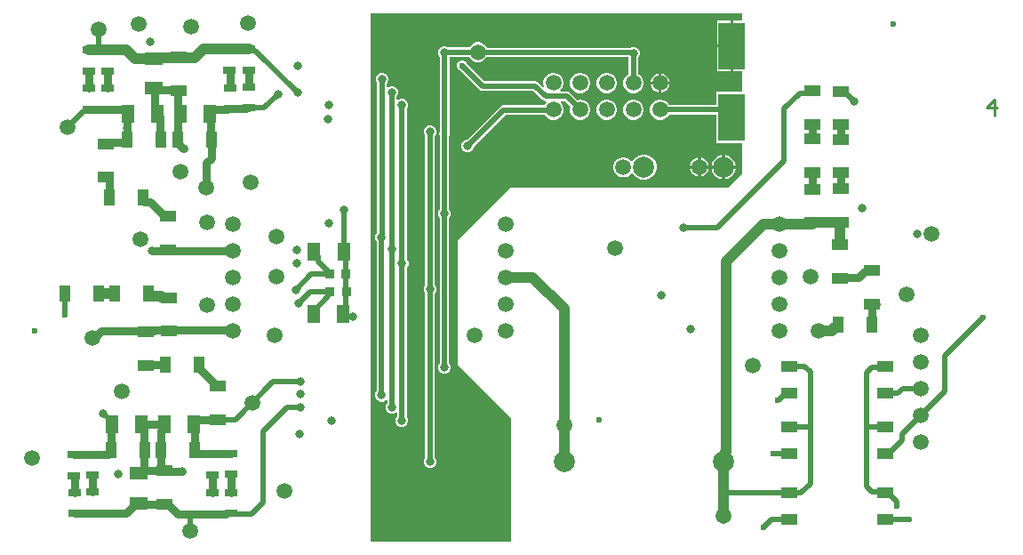
<source format=gbr>
%TF.GenerationSoftware,Altium Limited,Altium Designer,21.6.4 (81)*%
G04 Layer_Physical_Order=4*
G04 Layer_Color=16711680*
%FSLAX43Y43*%
%MOMM*%
%TF.SameCoordinates,F87848A5-9C76-4C60-8026-6C1C3CCCB256*%
%TF.FilePolarity,Positive*%
%TF.FileFunction,Copper,L4,Bot,Signal*%
%TF.Part,Single*%
G01*
G75*
%TA.AperFunction,SMDPad,CuDef*%
%ADD10R,1.300X1.800*%
%ADD11R,1.000X1.600*%
%ADD12R,0.850X0.900*%
%ADD13R,1.600X1.000*%
%ADD15R,2.500X4.450*%
%ADD19R,1.800X1.300*%
%ADD20R,1.250X0.800*%
%TA.AperFunction,Conductor*%
%ADD23C,0.500*%
%ADD24C,0.800*%
%ADD25C,1.000*%
%TA.AperFunction,NonConductor*%
%ADD27C,0.254*%
%TA.AperFunction,ComponentPad*%
%ADD28C,1.500*%
%ADD29C,2.000*%
%TA.AperFunction,ViaPad*%
%ADD30C,0.600*%
%ADD31C,0.800*%
%TA.AperFunction,Conductor*%
%ADD32C,0.980*%
G36*
X70942Y49917D02*
X70152D01*
Y47542D01*
Y45167D01*
X70942D01*
Y43167D01*
X68552D01*
Y41937D01*
X63982D01*
X63920Y42043D01*
X63743Y42220D01*
X63527Y42345D01*
X63285Y42410D01*
X63035D01*
X62793Y42345D01*
X62577Y42220D01*
X62400Y42043D01*
X62275Y41827D01*
X62210Y41585D01*
Y41335D01*
X62275Y41093D01*
X62400Y40877D01*
X62577Y40700D01*
X62793Y40575D01*
X63035Y40510D01*
X63285D01*
X63527Y40575D01*
X63743Y40700D01*
X63920Y40877D01*
X64003Y41019D01*
X68552D01*
Y38317D01*
X70942D01*
Y35366D01*
X69643Y34067D01*
X48976D01*
X43917Y29007D01*
Y17221D01*
X49003Y12135D01*
Y333D01*
X35657D01*
X35567Y423D01*
X35578Y13377D01*
X35610Y13409D01*
Y50667D01*
X70942D01*
Y49917D01*
D02*
G37*
%LPC*%
G36*
X69852D02*
X68602D01*
Y47692D01*
X69852D01*
Y49917D01*
D02*
G37*
G36*
X45921Y47902D02*
X45671D01*
X45430Y47838D01*
X45213Y47713D01*
X45036Y47536D01*
X44950Y47386D01*
X42986D01*
X42961Y47411D01*
X42741Y47503D01*
X42502D01*
X42281Y47411D01*
X42113Y47243D01*
X42021Y47022D01*
Y46783D01*
X42113Y46563D01*
X42175Y46501D01*
Y39339D01*
X42146Y39269D01*
Y39071D01*
X42162Y39031D01*
Y31950D01*
X42112Y31900D01*
X42021Y31680D01*
Y31441D01*
X42112Y31221D01*
X42162Y31171D01*
Y17320D01*
X42127Y17285D01*
X42036Y17065D01*
Y16826D01*
X42127Y16605D01*
X42296Y16437D01*
X42516Y16345D01*
X42755D01*
X42976Y16437D01*
X43144Y16605D01*
X43236Y16826D01*
Y17065D01*
X43144Y17285D01*
X43080Y17350D01*
Y31171D01*
X43130Y31221D01*
X43221Y31441D01*
Y31680D01*
X43130Y31900D01*
X43080Y31950D01*
Y38911D01*
X43146Y39071D01*
Y39269D01*
X43092Y39399D01*
Y46469D01*
X44978D01*
X45036Y46369D01*
X45213Y46192D01*
X45430Y46067D01*
X45671Y46002D01*
X45921D01*
X46163Y46067D01*
X46380Y46192D01*
X46556Y46369D01*
X46601Y46447D01*
X60161D01*
Y44832D01*
X60037Y44760D01*
X59860Y44583D01*
X59735Y44367D01*
X59670Y44125D01*
Y43875D01*
X59735Y43633D01*
X59860Y43417D01*
X60037Y43240D01*
X60253Y43115D01*
X60495Y43050D01*
X60745D01*
X60987Y43115D01*
X61203Y43240D01*
X61380Y43417D01*
X61505Y43633D01*
X61570Y43875D01*
Y44125D01*
X61505Y44367D01*
X61380Y44583D01*
X61203Y44760D01*
X61079Y44832D01*
Y46470D01*
X61129Y46520D01*
X61220Y46740D01*
Y46979D01*
X61129Y47199D01*
X60960Y47368D01*
X60739Y47459D01*
X60501D01*
X60280Y47368D01*
X60277Y47365D01*
X46655D01*
X46556Y47536D01*
X46380Y47713D01*
X46163Y47838D01*
X45921Y47902D01*
D02*
G37*
G36*
X69852Y47392D02*
X68602D01*
Y45167D01*
X69852D01*
Y47392D01*
D02*
G37*
G36*
X63310Y44892D02*
Y44150D01*
X64052D01*
X63999Y44347D01*
X63880Y44553D01*
X63713Y44720D01*
X63507Y44839D01*
X63310Y44892D01*
D02*
G37*
G36*
X63010D02*
X62813Y44839D01*
X62607Y44720D01*
X62440Y44553D01*
X62321Y44347D01*
X62268Y44150D01*
X63010D01*
Y44892D01*
D02*
G37*
G36*
X64052Y43850D02*
X63310D01*
Y43108D01*
X63507Y43161D01*
X63713Y43280D01*
X63880Y43447D01*
X63999Y43653D01*
X64052Y43850D01*
D02*
G37*
G36*
X63010D02*
X62268D01*
X62321Y43653D01*
X62440Y43447D01*
X62607Y43280D01*
X62813Y43161D01*
X63010Y43108D01*
Y43850D01*
D02*
G37*
G36*
X58205Y44950D02*
X57955D01*
X57713Y44885D01*
X57497Y44760D01*
X57320Y44583D01*
X57195Y44367D01*
X57130Y44125D01*
Y43875D01*
X57195Y43633D01*
X57320Y43417D01*
X57497Y43240D01*
X57713Y43115D01*
X57955Y43050D01*
X58205D01*
X58447Y43115D01*
X58663Y43240D01*
X58840Y43417D01*
X58965Y43633D01*
X59030Y43875D01*
Y44125D01*
X58965Y44367D01*
X58840Y44583D01*
X58663Y44760D01*
X58447Y44885D01*
X58205Y44950D01*
D02*
G37*
G36*
X55665D02*
X55415D01*
X55173Y44885D01*
X54957Y44760D01*
X54780Y44583D01*
X54655Y44367D01*
X54590Y44125D01*
Y43875D01*
X54655Y43633D01*
X54780Y43417D01*
X54957Y43240D01*
X55173Y43115D01*
X55415Y43050D01*
X55665D01*
X55907Y43115D01*
X56123Y43240D01*
X56300Y43417D01*
X56425Y43633D01*
X56490Y43875D01*
Y44125D01*
X56425Y44367D01*
X56300Y44583D01*
X56123Y44760D01*
X55907Y44885D01*
X55665Y44950D01*
D02*
G37*
G36*
X60745Y42410D02*
X60495D01*
X60253Y42345D01*
X60037Y42220D01*
X59860Y42043D01*
X59735Y41827D01*
X59670Y41585D01*
Y41335D01*
X59735Y41093D01*
X59860Y40877D01*
X60037Y40700D01*
X60253Y40575D01*
X60495Y40510D01*
X60745D01*
X60987Y40575D01*
X61203Y40700D01*
X61380Y40877D01*
X61505Y41093D01*
X61570Y41335D01*
Y41585D01*
X61505Y41827D01*
X61380Y42043D01*
X61203Y42220D01*
X60987Y42345D01*
X60745Y42410D01*
D02*
G37*
G36*
X58205D02*
X57955D01*
X57713Y42345D01*
X57497Y42220D01*
X57320Y42043D01*
X57195Y41827D01*
X57130Y41585D01*
Y41335D01*
X57195Y41093D01*
X57320Y40877D01*
X57497Y40700D01*
X57713Y40575D01*
X57955Y40510D01*
X58205D01*
X58447Y40575D01*
X58663Y40700D01*
X58840Y40877D01*
X58965Y41093D01*
X59030Y41335D01*
Y41585D01*
X58965Y41827D01*
X58840Y42043D01*
X58663Y42220D01*
X58447Y42345D01*
X58205Y42410D01*
D02*
G37*
G36*
X44397Y46175D02*
X44198D01*
X44014Y46099D01*
X43874Y45958D01*
X43798Y45774D01*
Y45576D01*
X43874Y45392D01*
X44014Y45251D01*
X44114Y45210D01*
X45918Y43406D01*
X46066Y43307D01*
X46242Y43272D01*
X51060D01*
X51926Y42406D01*
X52075Y42306D01*
X52251Y42271D01*
X52288D01*
X52341Y42144D01*
X52240Y42043D01*
X52149Y41886D01*
X48235D01*
X48059Y41851D01*
X47910Y41752D01*
X44808Y38649D01*
X44737D01*
X44517Y38558D01*
X44348Y38389D01*
X44256Y38169D01*
Y37930D01*
X44348Y37709D01*
X44517Y37541D01*
X44737Y37449D01*
X44976D01*
X45196Y37541D01*
X45365Y37709D01*
X45456Y37930D01*
Y38000D01*
X48425Y40969D01*
X52187D01*
X52240Y40877D01*
X52417Y40700D01*
X52633Y40575D01*
X52875Y40510D01*
X53125D01*
X53367Y40575D01*
X53583Y40700D01*
X53760Y40877D01*
X53885Y41093D01*
X53926Y41244D01*
X53931Y41252D01*
X53940Y41299D01*
X53950Y41335D01*
Y41348D01*
X53966Y41427D01*
X53950Y41507D01*
Y41585D01*
X53885Y41827D01*
X53760Y42043D01*
X53659Y42144D01*
X53712Y42271D01*
X54083D01*
X54628Y41726D01*
X54590Y41585D01*
Y41335D01*
X54655Y41093D01*
X54780Y40877D01*
X54957Y40700D01*
X55173Y40575D01*
X55415Y40510D01*
X55665D01*
X55907Y40575D01*
X56123Y40700D01*
X56300Y40877D01*
X56425Y41093D01*
X56490Y41335D01*
Y41585D01*
X56425Y41827D01*
X56300Y42043D01*
X56123Y42220D01*
X55907Y42345D01*
X55665Y42410D01*
X55415D01*
X55278Y42373D01*
X54597Y43054D01*
X54448Y43154D01*
X54273Y43189D01*
X53712D01*
X53659Y43316D01*
X53760Y43417D01*
X53885Y43633D01*
X53950Y43875D01*
Y44125D01*
X53885Y44367D01*
X53760Y44583D01*
X53583Y44760D01*
X53367Y44885D01*
X53125Y44950D01*
X52875D01*
X52633Y44885D01*
X52417Y44760D01*
X52240Y44583D01*
X52115Y44367D01*
X52050Y44125D01*
Y43875D01*
X52092Y43717D01*
X51979Y43651D01*
X51574Y44055D01*
X51426Y44154D01*
X51250Y44189D01*
X46432D01*
X44763Y45859D01*
X44721Y45958D01*
X44581Y46099D01*
X44397Y46175D01*
D02*
G37*
G36*
X61768Y37200D02*
X61452D01*
X61147Y37118D01*
X60873Y36960D01*
X60650Y36737D01*
X60556Y36575D01*
X60415Y36584D01*
X60256Y36743D01*
X60039Y36868D01*
X59798Y36933D01*
X59548D01*
X59306Y36868D01*
X59089Y36743D01*
X58912Y36566D01*
X58787Y36349D01*
X58723Y36108D01*
Y35858D01*
X58787Y35616D01*
X58912Y35399D01*
X59089Y35223D01*
X59306Y35097D01*
X59548Y35033D01*
X59798D01*
X60039Y35097D01*
X60256Y35223D01*
X60428Y35394D01*
X60447Y35409D01*
X60572Y35399D01*
X60650Y35263D01*
X60873Y35040D01*
X61147Y34882D01*
X61452Y34800D01*
X61768D01*
X62073Y34882D01*
X62347Y35040D01*
X62570Y35263D01*
X62728Y35537D01*
X62810Y35842D01*
Y36158D01*
X62728Y36463D01*
X62570Y36737D01*
X62347Y36960D01*
X62073Y37118D01*
X61768Y37200D01*
D02*
G37*
G36*
X67053Y36892D02*
Y36150D01*
X67795D01*
X67742Y36347D01*
X67624Y36553D01*
X67456Y36720D01*
X67251Y36839D01*
X67053Y36892D01*
D02*
G37*
G36*
X66753Y36892D02*
X66556Y36839D01*
X66351Y36720D01*
X66183Y36553D01*
X66065Y36347D01*
X66012Y36150D01*
X66753D01*
Y36892D01*
D02*
G37*
G36*
X69362Y37150D02*
X69360D01*
Y36150D01*
X70360D01*
Y36151D01*
X70282Y36444D01*
X70130Y36706D01*
X69916Y36920D01*
X69654Y37072D01*
X69362Y37150D01*
D02*
G37*
G36*
X69060D02*
X69059D01*
X68766Y37072D01*
X68504Y36920D01*
X68290Y36706D01*
X68139Y36444D01*
X68060Y36151D01*
Y36150D01*
X69060D01*
Y37150D01*
D02*
G37*
G36*
X66753Y35850D02*
X66012D01*
X66065Y35653D01*
X66183Y35447D01*
X66351Y35280D01*
X66556Y35161D01*
X66753Y35108D01*
Y35850D01*
D02*
G37*
G36*
X67795D02*
X67053D01*
Y35108D01*
X67251Y35161D01*
X67456Y35280D01*
X67624Y35447D01*
X67742Y35653D01*
X67795Y35850D01*
D02*
G37*
G36*
X70360Y35850D02*
X69360D01*
Y34850D01*
X69362D01*
X69654Y34928D01*
X69916Y35080D01*
X70130Y35294D01*
X70282Y35556D01*
X70360Y35849D01*
Y35850D01*
D02*
G37*
G36*
X69060D02*
X68060D01*
Y35849D01*
X68139Y35556D01*
X68290Y35294D01*
X68504Y35080D01*
X68766Y34928D01*
X69059Y34850D01*
X69060D01*
Y35850D01*
D02*
G37*
G36*
X36792Y44978D02*
X36554D01*
X36333Y44886D01*
X36164Y44718D01*
X36073Y44497D01*
Y44258D01*
X36164Y44038D01*
X36201Y44002D01*
Y29740D01*
X36137Y29677D01*
X36046Y29456D01*
Y29218D01*
X36137Y28997D01*
X36168Y28966D01*
Y14665D01*
X36118Y14615D01*
X36027Y14394D01*
Y14155D01*
X36118Y13935D01*
X36287Y13766D01*
X36507Y13675D01*
X36746D01*
X36967Y13766D01*
X37034Y13834D01*
X37161Y13781D01*
Y13496D01*
X37111Y13446D01*
X37020Y13226D01*
Y12987D01*
X37111Y12767D01*
X37280Y12598D01*
X37501Y12506D01*
X37739D01*
X37960Y12598D01*
X38006Y12644D01*
X38124Y12596D01*
Y12277D01*
X38074Y12227D01*
X37983Y12007D01*
Y11768D01*
X38074Y11547D01*
X38243Y11379D01*
X38463Y11287D01*
X38702D01*
X38922Y11379D01*
X39091Y11547D01*
X39183Y11768D01*
Y12007D01*
X39091Y12227D01*
X39041Y12277D01*
Y26422D01*
X39102Y26483D01*
X39194Y26703D01*
Y26942D01*
X39102Y27162D01*
X39047Y27218D01*
Y41500D01*
X39091Y41545D01*
X39183Y41765D01*
Y42004D01*
X39091Y42224D01*
X38922Y42393D01*
X38702Y42485D01*
X38463D01*
X38243Y42393D01*
X38196Y42347D01*
X38079Y42395D01*
Y42745D01*
X38129Y42795D01*
X38220Y43016D01*
Y43254D01*
X38129Y43475D01*
X37960Y43644D01*
X37739Y43735D01*
X37501D01*
X37280Y43644D01*
X37236Y43599D01*
X37118Y43648D01*
Y43974D01*
X37182Y44038D01*
X37273Y44258D01*
Y44497D01*
X37182Y44718D01*
X37013Y44886D01*
X36792Y44978D01*
D02*
G37*
G36*
X41369Y39945D02*
X41130D01*
X40910Y39853D01*
X40741Y39684D01*
X40650Y39464D01*
Y39225D01*
X40741Y39005D01*
X40794Y38951D01*
Y24745D01*
X40748Y24698D01*
X40657Y24478D01*
Y24239D01*
X40748Y24019D01*
X40788Y23978D01*
Y8354D01*
X40729Y8295D01*
X40637Y8074D01*
Y7836D01*
X40729Y7615D01*
X40898Y7446D01*
X41118Y7355D01*
X41357D01*
X41577Y7446D01*
X41746Y7615D01*
X41837Y7836D01*
Y8074D01*
X41746Y8295D01*
X41706Y8335D01*
Y23959D01*
X41765Y24019D01*
X41857Y24239D01*
Y24478D01*
X41765Y24698D01*
X41712Y24752D01*
Y38958D01*
X41758Y39005D01*
X41850Y39225D01*
Y39464D01*
X41758Y39684D01*
X41589Y39853D01*
X41369Y39945D01*
D02*
G37*
%LPD*%
D10*
X18758Y11495D02*
D03*
X15908D02*
D03*
X30134Y22060D02*
D03*
X32984D02*
D03*
X33038Y27961D02*
D03*
X30188D02*
D03*
X13766Y11495D02*
D03*
X10916D02*
D03*
X17446Y41027D02*
D03*
X20296D02*
D03*
X12459Y41039D02*
D03*
X15309D02*
D03*
D11*
X6466Y23925D02*
D03*
X9666D02*
D03*
X11202D02*
D03*
X14402D02*
D03*
X83312Y21031D02*
D03*
X80112D02*
D03*
X19243Y17170D02*
D03*
X16043D02*
D03*
X15629Y9084D02*
D03*
X18829D02*
D03*
X14054D02*
D03*
X10854D02*
D03*
X10710Y33103D02*
D03*
X13910D02*
D03*
X12386Y38582D02*
D03*
X15586D02*
D03*
X17196Y38582D02*
D03*
X20396D02*
D03*
D12*
X33259Y25806D02*
D03*
X31709D02*
D03*
X33286Y24169D02*
D03*
X31736D02*
D03*
D13*
X16386Y23571D02*
D03*
Y20371D02*
D03*
X75425Y2480D02*
D03*
X84575Y5020D02*
D03*
X75425D02*
D03*
X84575Y2480D02*
D03*
X75425Y8730D02*
D03*
X84575Y11270D02*
D03*
X75425D02*
D03*
X84575Y8730D02*
D03*
X75425Y14480D02*
D03*
X84575Y17020D02*
D03*
X75425D02*
D03*
X84575Y14480D02*
D03*
X77648Y40031D02*
D03*
Y43231D02*
D03*
Y35458D02*
D03*
Y38658D02*
D03*
Y30709D02*
D03*
Y33909D02*
D03*
X83372Y22987D02*
D03*
Y26187D02*
D03*
X80330Y25390D02*
D03*
Y28590D02*
D03*
X80391Y33952D02*
D03*
Y30752D02*
D03*
X16277Y31293D02*
D03*
Y28093D02*
D03*
X14148Y17145D02*
D03*
Y20345D02*
D03*
X20989Y11929D02*
D03*
Y15129D02*
D03*
X15959Y3877D02*
D03*
Y7077D02*
D03*
X10379Y38227D02*
D03*
Y35027D02*
D03*
X80391Y38651D02*
D03*
Y35451D02*
D03*
Y43223D02*
D03*
Y40023D02*
D03*
X17339Y43285D02*
D03*
Y46485D02*
D03*
D15*
X70002Y47542D02*
D03*
Y40742D02*
D03*
D19*
X13516Y4027D02*
D03*
Y6877D02*
D03*
X14951Y43491D02*
D03*
Y46341D02*
D03*
D20*
X22294Y8745D02*
D03*
Y6745D02*
D03*
X20541Y6685D02*
D03*
Y8685D02*
D03*
X7341Y6636D02*
D03*
Y8636D02*
D03*
X9119Y8661D02*
D03*
Y6661D02*
D03*
X9118Y5064D02*
D03*
Y3064D02*
D03*
X7391Y3038D02*
D03*
Y5038D02*
D03*
X20541Y2961D02*
D03*
Y4961D02*
D03*
X22295Y5012D02*
D03*
Y3012D02*
D03*
X10547Y43522D02*
D03*
Y41522D02*
D03*
X24002Y43646D02*
D03*
Y41646D02*
D03*
X8743Y45132D02*
D03*
Y47132D02*
D03*
X23952Y47256D02*
D03*
Y45256D02*
D03*
X22143D02*
D03*
Y47256D02*
D03*
X22198Y41563D02*
D03*
Y43563D02*
D03*
X8743Y41497D02*
D03*
Y43497D02*
D03*
X10547Y47133D02*
D03*
Y45133D02*
D03*
D23*
X84575Y2480D02*
X86919D01*
X85125Y4770D02*
X85731Y4164D01*
Y3749D02*
X85750Y3730D01*
X85125Y4770D02*
Y4770D01*
X84875Y5020D02*
X85125Y4770D01*
X85731Y3749D02*
Y4164D01*
X84575Y5020D02*
X84875D01*
X84531Y5124D02*
X84575Y5080D01*
X83319Y5124D02*
X84531D01*
X90249Y18023D02*
X93892Y21666D01*
X90249Y14629D02*
Y18023D01*
X88000Y12380D02*
X90249Y14629D01*
X74482Y13837D02*
X75125Y14480D01*
X74371Y13818D02*
X74390Y13837D01*
X74482D01*
X75125Y14480D02*
X75425D01*
X6421Y21998D02*
X6466Y22044D01*
Y23925D01*
X6421Y21971D02*
Y21998D01*
X73939Y8730D02*
X75425D01*
X24260Y2986D02*
X25349Y4075D01*
X22320Y2986D02*
X24260D01*
X25349Y4075D02*
Y10846D01*
X73000Y1718D02*
Y1726D01*
X73754Y2480D01*
X69240Y5150D02*
X69370Y5020D01*
X75425D01*
X73754Y2480D02*
X75425D01*
X84825Y8980D02*
X85188D01*
X86208Y10000D02*
Y10588D01*
X85188Y8980D02*
X86208Y10000D01*
X86275Y14920D02*
X88000D01*
X85835Y14480D02*
X86275Y14920D01*
X84575Y14480D02*
X85835D01*
X84575Y8730D02*
X84825Y8980D01*
X86208Y10588D02*
X88000Y12380D01*
X82855Y16459D02*
X83318Y16922D01*
X84477D02*
X84575Y17020D01*
X82855Y11270D02*
Y16459D01*
X83318Y16922D02*
X84477D01*
X82855Y5588D02*
X83319Y5124D01*
X82855Y5588D02*
Y11270D01*
X84575D01*
X77470D02*
Y16481D01*
Y5886D02*
Y11270D01*
X75425D02*
X77470D01*
X76931Y17020D02*
X77470Y16481D01*
X76604Y5020D02*
X77470Y5886D01*
X75425Y5020D02*
X76604D01*
X75425Y17020D02*
X76931D01*
X10854Y11495D02*
X10916Y11557D01*
X51250Y43731D02*
X52251Y42730D01*
X54273D02*
X55540Y41463D01*
X52251Y42730D02*
X54273D01*
X69291Y41767D02*
Y42460D01*
X69002Y41478D02*
X69291Y41767D01*
X69446Y41972D02*
X70002Y41416D01*
X63178Y41478D02*
X69002D01*
X44856Y38049D02*
X48235Y41427D01*
X53507D01*
X55540Y41460D02*
Y41463D01*
X46242Y43731D02*
X51250D01*
X45843Y46906D02*
X60574D01*
X45796Y46952D02*
X45843Y46906D01*
X60620Y44628D02*
Y46859D01*
X60574Y46906D02*
X60620Y46859D01*
X45771Y46928D02*
X45796Y46952D01*
X68629Y30199D02*
X74981Y36551D01*
Y41554D01*
X65407Y30199D02*
X68629D01*
X80691Y43223D02*
X81623Y42291D01*
X80391Y43223D02*
X80691D01*
X81623Y42291D02*
X81636D01*
X65380Y30226D02*
X65407Y30199D01*
X42627Y39080D02*
Y39139D01*
X42621Y39145D02*
X42627Y39139D01*
X42621Y31560D02*
Y39074D01*
X42627Y39080D01*
X42621Y16945D02*
Y31560D01*
X33029Y27970D02*
Y31936D01*
X33020Y31945D02*
X33029Y31936D01*
X33182Y22258D02*
Y27961D01*
X44298Y45675D02*
X46242Y43731D01*
X70002Y40742D02*
Y41416D01*
X74981Y41554D02*
X76472Y43046D01*
X77463D01*
X77648Y43231D01*
X42634Y39182D02*
Y46890D01*
Y39182D02*
X42646Y39170D01*
X42621Y46903D02*
X42634Y46890D01*
X38583Y41885D02*
X38588Y41879D01*
Y26828D02*
Y41879D01*
X8282Y41347D02*
X8593D01*
X8743Y41497D01*
X6756Y39822D02*
X8282Y41347D01*
X9703Y47301D02*
X9872Y47132D01*
X9703Y47301D02*
Y49078D01*
X18440Y1346D02*
Y2961D01*
X42646Y46928D02*
X45771D01*
X42621Y46903D02*
X42646Y46928D01*
X36627Y14275D02*
Y29318D01*
X37620Y13106D02*
Y28169D01*
X38583Y11887D02*
Y26811D01*
X25349Y10846D02*
X27635Y13132D01*
X28869D01*
X37620Y28169D02*
Y43135D01*
X41247Y7964D02*
Y24349D01*
X41237Y7955D02*
X41247Y7964D01*
Y24349D02*
X41257Y24359D01*
X41253Y24362D02*
X41257Y24359D01*
X41250Y39345D02*
X41253Y39341D01*
Y24362D02*
Y39341D01*
X10109Y12548D02*
X10113D01*
X10916Y11745D01*
Y11557D02*
Y11745D01*
X23989Y47106D02*
X24611D01*
X28626Y43091D01*
X23890Y47205D02*
X23989Y47106D01*
X23694Y41595D02*
X23745Y41646D01*
X25440D02*
X26746Y42951D01*
X23745Y41646D02*
X25440D01*
X33029Y27970D02*
X33038Y27961D01*
X22295Y3012D02*
X22320Y2986D01*
X21793D02*
X22295D01*
X20989Y11980D02*
X22724D01*
X26307Y15563D01*
X28869D01*
X20989Y11980D02*
X21039Y11929D01*
X32984Y22060D02*
X33260Y21785D01*
X33934D01*
X31534Y25981D02*
Y26073D01*
X30588Y27020D02*
Y27561D01*
Y27020D02*
X31534Y26073D01*
X29924Y25806D02*
X31709D01*
X31534Y25981D02*
X31709Y25806D01*
X30188Y27961D02*
X30588Y27561D01*
X28442Y24325D02*
X29924Y25806D01*
X29853Y24169D02*
X31736D01*
X28697Y23012D02*
X29853Y24169D01*
X30134Y22310D02*
X31561Y23738D01*
Y23994D02*
X31736Y24169D01*
X30134Y22060D02*
Y22310D01*
X31561Y23738D02*
Y23994D01*
X32984Y22060D02*
X33182Y22258D01*
X36646Y29337D02*
X36659Y29351D01*
Y44364D01*
X36673Y44378D01*
X38588Y26828D02*
X38594Y26822D01*
X20989Y15129D02*
X21224Y15364D01*
X16277Y28093D02*
X16278Y28092D01*
X23952Y45256D02*
X23977Y45231D01*
Y43670D02*
X24002Y43646D01*
X22143Y45256D02*
X22171Y45228D01*
Y43590D02*
X22198Y43563D01*
X22499Y28041D02*
X22500Y28040D01*
X15793Y17450D02*
X16043Y17200D01*
Y17170D02*
Y17200D01*
D24*
X82628Y26087D02*
X83272D01*
X83372Y26187D01*
X82031Y25490D02*
X82628Y26087D01*
X14199Y20396D02*
X14248Y20445D01*
X14148Y20345D02*
X14199Y20396D01*
X14497D01*
X9968D02*
X14199D01*
X83372Y21091D02*
Y22813D01*
X83471Y22913D02*
X83728D01*
X83312Y21031D02*
X83372Y21091D01*
Y22813D02*
X83471Y22913D01*
X80430Y25490D02*
X82031D01*
X80330Y25390D02*
X80430Y25490D01*
X10854Y9084D02*
Y11495D01*
X7341Y8636D02*
X10604D01*
X14982Y20445D02*
X15009Y20472D01*
X22448D01*
X14248Y20445D02*
X14982D01*
X9238Y19666D02*
X9968Y20396D01*
X9149Y19666D02*
X9238D01*
X19916Y34064D02*
Y36374D01*
X20396Y36854D01*
X17196Y38582D02*
Y43142D01*
Y38282D02*
Y38582D01*
X20396Y36854D02*
Y38582D01*
X20354D02*
Y40969D01*
X18440Y2961D02*
X20541D01*
X17176D02*
X18440D01*
X17734Y37744D02*
X17780D01*
X17196Y38282D02*
X17734Y37744D01*
X15629Y10966D02*
X15908Y11245D01*
X13985Y7207D02*
Y9015D01*
X16099Y7036D02*
X17678D01*
X13754Y6977D02*
X13985Y7207D01*
X13716Y7077D02*
X15959D01*
X15729D02*
X15959D01*
X15908Y11245D02*
Y11495D01*
X15629Y9084D02*
Y10966D01*
X13985Y9015D02*
X14054Y9084D01*
X20541Y8745D02*
X22294D01*
X19079D02*
X20541D01*
X13516Y6877D02*
X13716Y7077D01*
X12423Y39688D02*
Y41002D01*
Y38619D02*
Y39688D01*
X15877Y31393D02*
X16177D01*
X14010Y32703D02*
X14567D01*
X15877Y31393D01*
X16177D02*
X16277Y31293D01*
Y28041D02*
X22499D01*
X14783Y28042D02*
X16228D01*
X20566Y2986D02*
X21793D01*
X19158Y11929D02*
X20989D01*
X77648Y38658D02*
Y40031D01*
Y33909D02*
Y35458D01*
X80391Y38651D02*
Y40023D01*
Y33901D02*
Y35451D01*
X22171Y43590D02*
Y45228D01*
X23977Y43670D02*
Y45231D01*
X19343Y16770D02*
Y17070D01*
X19243Y17170D02*
X19343Y17070D01*
X20589Y15229D02*
Y15525D01*
X19343Y16770D02*
X20589Y15525D01*
Y15229D02*
X20679Y15138D01*
X21031D01*
X16228Y28042D02*
X16278Y28092D01*
X15629Y7177D02*
Y9084D01*
X15309Y41039D02*
X15519Y40829D01*
X15054Y41294D02*
X15309Y41039D01*
X13910Y32803D02*
X14010Y32703D01*
X22198Y41563D02*
X23694D01*
X23777Y41646D02*
X24002D01*
X23694Y41563D02*
X23777Y41646D01*
X20296Y41272D02*
X20546Y41522D01*
X21933D02*
X21973Y41563D01*
X20546Y41522D02*
X21933D01*
X21973Y41563D02*
X22158D01*
X20296Y41027D02*
X20354Y40969D01*
X15519Y38649D02*
X15586Y38582D01*
X15519Y38649D02*
Y40829D01*
X14951Y43491D02*
X15054Y43388D01*
Y41294D02*
Y43388D01*
X17196Y43142D02*
X17339Y43285D01*
X15054Y43388D02*
X17236D01*
X17339Y43285D01*
X10710Y33103D02*
Y34696D01*
X10379Y35027D02*
X10710Y34696D01*
X10479Y38327D02*
X12286D01*
X12386Y38427D02*
Y38582D01*
X12286Y38327D02*
X12386Y38427D01*
X10379Y38227D02*
X10479Y38327D01*
X12423Y41002D02*
X12459Y41039D01*
X12386Y38582D02*
X12423Y38619D01*
X12209Y41522D02*
X12459Y41272D01*
X10547Y41522D02*
X12209D01*
X12459Y41039D02*
Y41272D01*
X10297Y41497D02*
X10322Y41522D01*
X8743Y41497D02*
X10297D01*
X10322Y41522D02*
X10547D01*
X10547Y43522D02*
X10547D01*
X10547D02*
Y45133D01*
X8743Y43497D02*
Y45132D01*
X14160Y17158D02*
X15943D01*
X15992Y17207D02*
Y17221D01*
X14148Y17145D02*
X14160Y17158D01*
X15943D02*
X15992Y17207D01*
X13766Y11495D02*
X13995Y11265D01*
Y9143D02*
X14054Y9084D01*
X13995Y9143D02*
Y11265D01*
X15629Y7177D02*
X15729Y7077D01*
X13766Y11495D02*
X15908D01*
X18829Y8995D02*
X19079Y8745D01*
X18829Y8995D02*
Y9084D01*
X18794Y9120D02*
Y11459D01*
X18758Y11495D02*
X18794Y11459D01*
Y9120D02*
X18829Y9084D01*
X18758Y11495D02*
Y11529D01*
X19158Y11929D01*
X15908Y11495D02*
X15908Y11495D01*
X22294Y6661D02*
X22295Y6661D01*
Y5012D02*
Y6661D01*
X20541Y4961D02*
Y6685D01*
X10604Y8636D02*
X10854Y8886D01*
Y9084D01*
X16259Y3877D02*
X17176Y2961D01*
X15959Y3877D02*
X16259D01*
X7391Y3038D02*
X12277D01*
X13266Y4027D01*
X13516D01*
X7366Y5064D02*
Y6610D01*
Y5064D02*
X7391Y5038D01*
X7341Y6636D02*
X7366Y6610D01*
X9118Y5064D02*
Y6661D01*
X9118Y5064D02*
X9118Y5064D01*
Y6661D02*
X9119Y6661D01*
X13516Y4027D02*
X13665Y3877D01*
X15959D01*
X20541Y2961D02*
X20566Y2986D01*
D25*
X9666Y23925D02*
X11202D01*
X15794Y23571D02*
X16386D01*
X14402Y23733D02*
X15631D01*
X15794Y23571D01*
X14402Y23733D02*
Y23925D01*
X54010Y8055D02*
Y22520D01*
X69240Y2580D02*
Y5150D01*
X69210Y8000D02*
X69401Y8191D01*
Y8898D02*
X69418Y8915D01*
Y26975D02*
X73023Y30580D01*
X69401Y8191D02*
Y8898D01*
X69418Y8915D02*
Y26975D01*
X69240Y5150D02*
Y7970D01*
X79528Y20447D02*
X79812Y20731D01*
X80112D02*
Y21031D01*
X78220Y20447D02*
X79528D01*
X79812Y20731D02*
X80112D01*
X77648Y30709D02*
X80048D01*
X80091Y30752D01*
X73023Y30580D02*
X74500D01*
X77648D01*
X80091Y30752D02*
X80518D01*
X48500Y25500D02*
X51030D01*
X54010Y22520D01*
X80330Y28590D02*
Y30597D01*
D27*
X95010Y40914D02*
Y42438D01*
X94249Y41676D01*
X95264D01*
D28*
X88000Y20000D02*
D03*
Y17460D02*
D03*
Y14920D02*
D03*
Y12380D02*
D03*
Y9840D02*
D03*
X53000Y44000D02*
D03*
X55540D02*
D03*
X58080D02*
D03*
X60620D02*
D03*
X63160D02*
D03*
X53000Y41460D02*
D03*
X55540D02*
D03*
X58080D02*
D03*
X60620D02*
D03*
X63160D02*
D03*
X22500Y20420D02*
D03*
Y22960D02*
D03*
Y25500D02*
D03*
Y28040D02*
D03*
Y30580D02*
D03*
X48500Y20420D02*
D03*
Y22960D02*
D03*
Y25500D02*
D03*
Y28040D02*
D03*
Y30580D02*
D03*
X74500Y20420D02*
D03*
Y22960D02*
D03*
Y25500D02*
D03*
Y28040D02*
D03*
Y30580D02*
D03*
X13665Y29108D02*
D03*
X17457Y35595D02*
D03*
X20045Y30714D02*
D03*
X86657Y23851D02*
D03*
X77470Y25552D02*
D03*
X9119Y19710D02*
D03*
X20015Y22860D02*
D03*
X54045Y11465D02*
D03*
X59673Y35983D02*
D03*
X13503Y49608D02*
D03*
X6756Y39822D02*
D03*
X9703Y49078D02*
D03*
X18466Y49327D02*
D03*
X24130Y34544D02*
D03*
X19916Y34064D02*
D03*
X88986Y29632D02*
D03*
X71984Y17094D02*
D03*
X58858Y28298D02*
D03*
X26604Y25595D02*
D03*
X26441Y19990D02*
D03*
X45466D02*
D03*
X26619Y29405D02*
D03*
X23890Y49682D02*
D03*
X69210Y2821D02*
D03*
X3353Y8331D02*
D03*
X24302Y13558D02*
D03*
X18440Y1346D02*
D03*
X11862Y14667D02*
D03*
X27349Y5162D02*
D03*
X78220Y20447D02*
D03*
X66903Y36000D02*
D03*
X45796Y46952D02*
D03*
D29*
X61610Y36000D02*
D03*
X69210D02*
D03*
X54010Y8000D02*
D03*
X69210D02*
D03*
D30*
X85369Y49632D02*
D03*
X73939Y8730D02*
D03*
X86919Y2480D02*
D03*
X85750Y3730D02*
D03*
X93892Y21666D02*
D03*
X74371Y13818D02*
D03*
X6421Y21971D02*
D03*
X57379Y11921D02*
D03*
X3574Y20396D02*
D03*
X73000Y1718D02*
D03*
X69291Y42460D02*
D03*
X42646Y39170D02*
D03*
X44298Y45675D02*
D03*
D31*
X46327Y41865D02*
D03*
X60620Y46859D02*
D03*
X82396Y32134D02*
D03*
X81636Y42291D02*
D03*
X65380Y30226D02*
D03*
X33020Y31945D02*
D03*
X42621Y31560D02*
D03*
X70612Y48870D02*
D03*
X38583Y41885D02*
D03*
X87670Y29657D02*
D03*
X17780Y37744D02*
D03*
X17678Y7036D02*
D03*
X28869Y13132D02*
D03*
Y14402D02*
D03*
X31852Y11887D02*
D03*
X41237Y7955D02*
D03*
X41250Y39345D02*
D03*
X41257Y24359D02*
D03*
X42360Y10146D02*
D03*
X10109Y12548D02*
D03*
X28550Y26848D02*
D03*
X28778Y10592D02*
D03*
X11582Y6807D02*
D03*
X28550Y28135D02*
D03*
X66056Y20559D02*
D03*
X31648Y30675D02*
D03*
X63313Y23785D02*
D03*
X26746Y42951D02*
D03*
X12423Y39688D02*
D03*
X14567Y47955D02*
D03*
X31648Y41885D02*
D03*
X31547Y40595D02*
D03*
X44856Y38049D02*
D03*
X28869Y15563D02*
D03*
X28653Y45640D02*
D03*
X33934Y21785D02*
D03*
X28442Y24325D02*
D03*
X28697Y23012D02*
D03*
X36673Y44378D02*
D03*
X36646Y29337D02*
D03*
X36627Y14275D02*
D03*
X37620Y43135D02*
D03*
Y28169D02*
D03*
Y13106D02*
D03*
X38594Y26822D02*
D03*
X38583Y11887D02*
D03*
X28626Y43091D02*
D03*
X14783Y28042D02*
D03*
X42636Y16945D02*
D03*
X42621Y46903D02*
D03*
D32*
X9872Y47132D02*
X10547D01*
X8743D02*
X9872D01*
X22143Y47256D02*
X23952D01*
X19671D02*
X22143D01*
X17339Y46485D02*
X17411Y46413D01*
X18829D01*
X19671Y47256D01*
X10547Y47133D02*
X12329D01*
X13120Y46341D02*
X14951D01*
X12329Y47133D02*
X13120Y46341D01*
X15023Y46413D02*
X17267D01*
X14951Y46341D02*
X15023Y46413D01*
X17267D02*
X17339Y46485D01*
X8743Y47132D02*
X8743Y47132D01*
X10547D02*
X10547Y47133D01*
%TF.MD5,1eb9f4ac3d62439162e39dcfb371fe02*%
M02*

</source>
